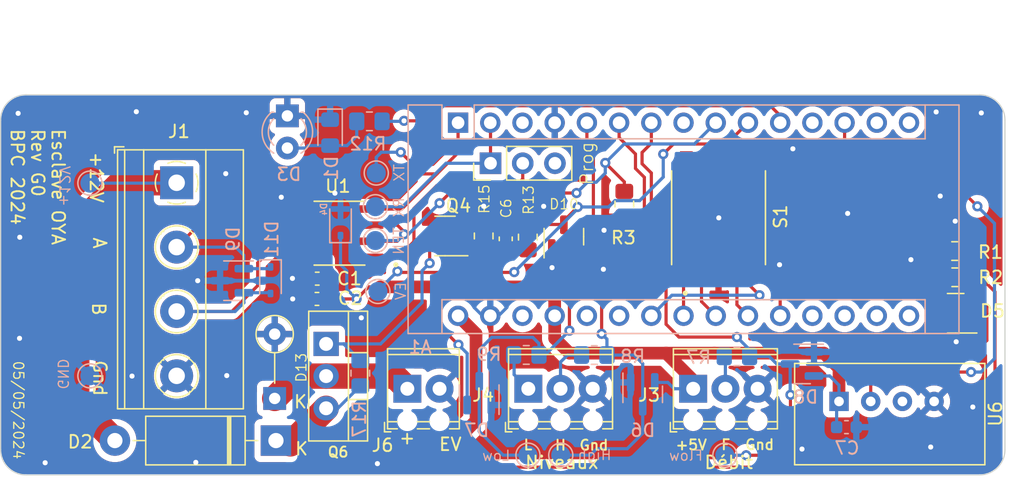
<source format=kicad_pcb>
(kicad_pcb (version 20221018) (generator pcbnew)
  (title_block (title "Carte de commande d'un OYA - Esclave RS485") (date "2024-05-05") (rev "G0") (company "BPC") (comment 1 "Technologie avec modules Arduino / Petite carte") (comment 2 "Monitoring de tension d'alimentation") (comment 3 "1 sortie 12V/5A - 2 entrées TOR (niveaux) - 1 débimètre - 1 LED - Temp - RS485"))
  (layers (0 "F.Cu" signal) (31 "B.Cu" signal) (34 "B.Paste" user) (35 "F.Paste" user) (36 "B.SilkS" user "B.Silkscreen") (37 "F.SilkS" user "F.Silkscreen") (38 "B.Mask" user) (39 "F.Mask" user) (44 "Edge.Cuts" user))
  (net 0 "")
  (net 1 "+5V")
  (net 2 "GND")
  (net 3 "A4")
  (net 4 "Net-(Q4-B)")
  (net 5 "RX")
  (net 6 "POWER_12V")
  (net 7 "Net-(D2-A)")
  (net 8 "TX_EN")
  (net 9 "TX")
  (net 10 "POW_MES")
  (net 11 "LVL_HIGH")
  (net 12 "LVL_LOW")
  (net 13 "FLOW")
  (net 14 "CMD_EV1")
  (net 15 "Net-(D13-K)")
  (net 16 "BUS_A")
  (net 17 "BUS_B")
  (net 18 "Net-(J3-Pin_2)")
  (net 19 "Net-(J4-Pin_1)")
  (net 20 "Net-(J4-Pin_2)")
  (net 21 "LED")
  (net 22 "Net-(Q4-C)")
  (net 23 "A1")
  (net 24 "A2")
  (net 25 "A3")
  (net 26 "TEMP")
  (net 28 "Net-(D1-A)")
  (net 41 "Net-(JP2-C)")
  (footprint "bpc:BPC_RDS-16S-74385-SMT" (layer "F.Cu") (at 170 96.5 90)
    (fp_text reference "S1")
    (fp_text value "RDS-16S-74385-SMT")
  )
  (footprint "Diode_THT:D_DO-15_P12.70mm_Horizontal" (layer "F.Cu") (at 135.1 114.09 180)
    (fp_text reference "D2")
    (fp_text value "SR560")
  )
  (footprint "Package_TO_SOT_THT:TO-220-3_Vertical" (layer "F.Cu") (at 139.055 106.46 -90)
    (fp_text reference "Q6")
    (fp_text value "P03P4L-04")
  )
  (footprint "Resistor_SMD:R_0805_2012Metric_Pad1.20x1.40mm_HandSolder" (layer "F.Cu") (at 154.96 98.03 -90)
    (fp_text reference "R13")
    (fp_text value "220")
  )
  (footprint "TerminalBlock_Phoenix:TerminalBlock_Phoenix_MKDS-1,5-4-5.08_1x04_P5.08mm_Horizontal" (layer "F.Cu") (at 127.27 93.74 -90)
    (fp_text reference "J1")
    (fp_text value "POWER")
  )
  (footprint "Connector_PinHeader_2.54mm:PinHeader_1x03_P2.54mm_Vertical" (layer "F.Cu") (at 152.02 92.2 90)
    (fp_text reference "JP2" hide)
    (fp_text value "Prog")
  )
  (footprint "Package_TO_SOT_SMD:SOT-23" (layer "F.Cu") (at 188.6975 104.04 180)
    (fp_text reference "D5")
    (fp_text value "BAV99")
  )
  (footprint "Capacitor_SMD:C_0603_1608Metric" (layer "F.Cu") (at 153.22 98.165 90)
    (fp_text reference "C6")
    (fp_text value "100nF")
  )
  (footprint "bpc:BPC_SOT-23-3" (layer "F.Cu") (at 148.4325 97.94 180)
    (fp_text reference "Q4")
    (fp_text value "BPC_FMMT38C")
  )
  (footprint "Package_TO_SOT_SMD:SOT-23" (layer "F.Cu") (at 157.8025 97.9925 90)
    (fp_text reference "D10")
    (fp_text value "BAV99")
  )
  (footprint "Capacitor_SMD:C_0603_1608Metric" (layer "F.Cu") (at 138.335 102.91)
    (fp_text reference "C2")
    (fp_text value "1nF")
  )
  (footprint "TerminalBlock_Phoenix:TerminalBlock_Phoenix_MPT-0,5-3-2.54_1x03_P2.54mm_Horizontal" (layer "F.Cu") (at 155 110)
    (fp_text reference "J4")
    (fp_text value "Niveaux")
  )
  (footprint "TerminalBlock_Phoenix:TerminalBlock_Phoenix_MPT-0,5-3-2.54_1x03_P2.54mm_Horizontal" (layer "F.Cu") (at 168 110)
    (fp_text reference "J3")
    (fp_text value "Débit")
  )
  (footprint "Resistor_SMD:R_0805_2012Metric_Pad1.20x1.40mm_HandSolder" (layer "F.Cu") (at 151.4805 97.938 90)
    (fp_text reference "R15")
    (fp_text value "100k")
  )
  (footprint "bpc:BPC_MAX485E_SOIC127P600X175-8N" (layer "F.Cu") (at 140.11 97.72 180)
    (fp_text reference "U1")
    (fp_text value "MAX485E")
  )
  (footprint "Resistor_SMD:R_0805_2012Metric_Pad1.20x1.40mm_HandSolder" (layer "F.Cu") (at 162.57 95.42 -90)
    (fp_text reference "R3")
    (fp_text value "100k")
  )
  (footprint "TerminalBlock_Phoenix:TerminalBlock_Phoenix_MPT-0,5-2-2.54_1x02_P2.54mm_Horizontal" (layer "F.Cu") (at 145.46 110)
    (fp_text reference "J6")
    (fp_text value "EV1")
  )
  (footprint "Capacitor_SMD:C_0603_1608Metric" (layer "F.Cu") (at 138.355 101.31)
    (fp_text reference "C1")
    (fp_text value "100nF")
  )
  (footprint "Diode_THT:D_A-405_P5.08mm_Vertical_KathodeUp" (layer "F.Cu") (at 135 110.765 90)
    (fp_text reference "D13")
    (fp_text value "1N4007G")
  )
  (footprint "bpc:BPC_DHT22" (layer "F.Cu") (at 179.5 111 90)
    (fp_text reference "U6")
    (fp_text value "BPC_DHT22")
  )
  (footprint "Resistor_SMD:R_0805_2012Metric_Pad1.20x1.40mm_HandSolder" (layer "F.Cu") (at 188.62 99.13 180)
    (fp_text reference "R1")
    (fp_text value "40k")
  )
  (footprint "Resistor_SMD:R_0805_2012Metric_Pad1.20x1.40mm_HandSolder" (layer "F.Cu") (at 188.63 101.2)
    (fp_text reference "R2")
    (fp_text value "100k")
  )
  (footprint "Diode_SMD:D_SOD-323" (layer "B.Cu") (at 134.67 101.43 -90)
    (fp_text reference "D11")
    (fp_text value "SD12_SOD323")
  )
  (footprint "Package_TO_SOT_SMD:SOT-23" (layer "B.Cu") (at 176.5875 108.04 180)
    (fp_text reference "D8")
    (fp_text value "BAV99")
  )
  (footprint "TestPoint:TestPoint_Pad_D1.5mm" (layer "B.Cu") (at 120.43 108.98 180)
    (fp_text reference "TP5" hide)
    (fp_text value "TestPoint")
  )
  (footprint "Resistor_SMD:R_0805_2012Metric_Pad1.20x1.40mm_HandSolder" (layer "B.Cu") (at 171.45 107.442)
    (fp_text reference "R7")
    (fp_text value "100")
  )
  (footprint "TestPoint:TestPoint_Pad_D1.5mm" (layer "B.Cu") (at 142.94 95.63 90)
    (fp_text reference "TP1" hide)
    (fp_text value "TestPoint")
  )
  (footprint "Package_TO_SOT_SMD:SOT-23" (layer "B.Cu") (at 151.13 110.3475 90)
    (fp_text reference "D7")
    (fp_text value "BAV99")
  )
  (footprint "Capacitor_SMD:C_0603_1608Metric" (layer "B.Cu") (at 180.086 113.03)
    (fp_text reference "C7")
    (fp_text value "1nF")
  )
  (footprint "LED_SMD:LED_0805_2012Metric_Pad1.15x1.40mm_HandSolder" (layer "B.Cu") (at 139.37 89.7825 -90)
    (fp_text reference "D1")
    (fp_text value "LED")
  )
  (footprint "Package_TO_SOT_SMD:SOT-23" (layer "B.Cu") (at 164.02 110.4375 -90)
    (fp_text reference "D6")
    (fp_text value "BAV99")
  )
  (footprint "LED_THT:LED_D3.0mm_FlatTop" (layer "B.Cu") (at 136 88.46 -90)
    (fp_text reference "D3")
    (fp_text value "LED")
  )
  (footprint "Package_TO_SOT_SMD:SOT-23" (layer "B.Cu") (at 131.6325 101.47 180)
    (fp_text reference "D9")
    (fp_text value "SM712_SOT23")
  )
  (footprint "TestPoint:TestPoint_Pad_D1.5mm" (layer "B.Cu") (at 143.14 102.32 90)
    (fp_text reference "TP15" hide)
    (fp_text value "TestPoint")
  )
  (footprint "TestPoint:TestPoint_Pad_D1.5mm" (layer "B.Cu") (at 157.56 115.24 90)
    (fp_text reference "TP12" hide)
    (fp_text value "TestPoint")
  )
  (footprint "bpc:BPC_Arduino_Nano" (layer "B.Cu") (at 149.46 89 -90)
    (fp_text reference "A1")
    (fp_text value "Arduino_Nano_v3.x")
  )
  (footprint "TestPoint:TestPoint_Pad_D1.5mm" (layer "B.Cu") (at 142.94 98.3 90)
    (fp_text reference "TP4" hide)
    (fp_text value "TestPoint")
  )
  (footprint "Resistor_SMD:R_0805_2012Metric_Pad1.20x1.40mm_HandSolder" (layer "B.Cu") (at 141.75 108.77 90)
    (fp_text reference "R17")
    (fp_text value "100k")
  )
  (footprint "TestPoint:TestPoint_Pad_D1.5mm" (layer "B.Cu") (at 170.5 115.25 180)
    (fp_text reference "TP11" hide)
    (fp_text value "TestPoint")
  )
  (footprint "Resistor_SMD:R_0805_2012Metric_Pad1.20x1.40mm_HandSolder" (layer "B.Cu") (at 142.47 88.89 180)
    (fp_text reference "R12")
    (fp_text value "220")
  )
  (footprint "TestPoint:TestPoint_Pad_D1.5mm" (layer "B.Cu") (at 120.43 93.77 180)
    (fp_text reference "TP2" hide)
    (fp_text value "TestPoint")
  )
  (footprint "Resistor_SMD:R_0805_2012Metric_Pad1.20x1.40mm_HandSolder" (layer "B.Cu") (at 154.84 107.33)
    (fp_text reference "R9")
    (fp_text value "100")
  )
  (footprint "Resistor_SMD:R_0805_2012Metric_Pad1.20x1.40mm_HandSolder" (layer "B.Cu") (at 160.2 107.34)
    (fp_text reference "R8")
    (fp_text value "100")
  )
  (footprint "TestPoint:TestPoint_Pad_D1.5mm" (layer "B.Cu") (at 154.97 115.24 90)
    (fp_text reference "TP13" hide)
    (fp_text value "TestPoint")
  )
  (footprint "TestPoint:TestPoint_Pad_D1.5mm" (layer "B.Cu") (at 143.01 92.97 180)
    (fp_text reference "TP3" hide)
    (fp_text value "TestPoint")
  )
  (footprint "Diode_SMD:D_SOD-323" (layer "B.Cu") (at 140.19 96.86 90)
    (fp_text reference "D4")
    (fp_text value "SD12_SOD323")
  )
  (gr_line locked (start 192.585786 114.8) (end 192.585786 88.8) (stroke (width 0.1)) (layer "Edge.Cuts"))
  (gr_arc locked (start 192.585786 114.8) (mid 192 116.214214) (end 190.585786 116.8) (stroke (width 0.1)) (layer "Edge.Cuts"))
  (gr_arc locked (start 115.39 116.8) (mid 113.975786 116.214214) (end 113.39 114.8) (stroke (width 0.1)) (layer "Edge.Cuts"))
  (gr_arc locked (start 113.39 88.8) (mid 113.975786 87.385786) (end 115.39 86.8) (stroke (width 0.1)) (layer "Edge.Cuts"))
  (gr_line locked (start 190.585786 86.8) (end 115.39 86.8) (stroke (width 0.1)) (layer "Edge.Cuts"))
  (gr_line locked (start 115.39 116.8) (end 190.585786 116.8) (stroke (width 0.1)) (layer "Edge.Cuts"))
  (gr_line locked (start 113.39 88.8) (end 113.39 114.8) (stroke (width 0.1)) (layer "Edge.Cuts"))
  (gr_arc locked (start 190.585786 86.8) (mid 192 87.385786) (end 192.585786 88.8) (stroke (width 0.1)) (layer "Edge.Cuts"))
  (gr_text "TX" (at 145.288 92.202 90) (layer "B.SilkS") (effects (font (size 0.8 0.8) (thickness 0.1)) (justify left bottom mirror)))
  (gr_text "EV" (at 145.41 101.52 90) (layer "B.SilkS") (effects (font (size 0.8 0.8) (thickness 0.1)) (justify left bottom mirror)))
  (gr_text "Flow" (at 168.83 115.74) (layer "B.SilkS") (effects (font (size 0.8 0.8) (thickness 0.1)) (justify left bottom mirror)))
  (gr_text "TEN" (at 145.25 97.18 90) (layer "B.SilkS") (effects (font (size 0.8 0.8) (thickness 0.1)) (justify left bottom mirror)))
  (gr_text "+12V" (at 117.96 95.68 -90) (layer "B.SilkS") (effects (font (size 0.8 0.8) (thickness 0.1)) (justify left bottom mirror)))
  (gr_text "Low" (at 153.64 115.75) (layer "B.SilkS") (effects (font (size 0.8 0.8) (thickness 0.1)) (justify left bottom mirror)))
  (gr_text "GND" (at 117.83 110.12 -90) (layer "B.SilkS") (effects (font (size 0.8 0.8) (thickness 0.1)) (justify left bottom mirror)))
  (gr_text "High" (at 161.62 115.69) (layer "B.SilkS") (effects (font (size 0.8 0.8) (thickness 0.1)) (justify left bottom mirror)))
  (gr_text "RX" (at 145.26 94.83 90) (layer "B.SilkS") (effects (font (size 0.8 0.8) (thickness 0.1)) (justify left bottom mirror)))
  (gr_text "A" (at 120.61 97.97 270) (layer "F.SilkS") (effects (font (size 1 1)) (justify left bottom)))
  (gr_text "L" (at 154.55 114.9) (layer "F.SilkS") (effects (font (size 0.8 0.8)) (justify left bottom)))
  (gr_text "Gnd" (at 120.63 107.66 -90) (layer "F.SilkS") (effects (font (size 1 1)) (justify left bottom)))
  (gr_text "05/05/2024" (at 114.32 107.73 270) (layer "F.SilkS") (effects (font (size 0.8 0.8) (thickness 0.1)) (justify left bottom)))
  (gr_text "Niveaux" (at 154.66 116.4) (layer "F.SilkS") (effects (font (size 1 1)) (justify left bottom)))
  (gr_text "Prog" (at 160.2 94 90) (layer "F.SilkS") (effects (font (size 1 1) (thickness 0.1)) (justify left bottom)))
  (gr_text "B" (at 120.54 103.11 270) (layer "F.SilkS") (effects (font (size 1 1)) (justify left bottom)))
  (gr_text "+12V" (at 120.36 91.22 270) (layer "F.SilkS") (effects (font (size 1 1)) (justify left bottom)))
  (gr_text "Gnd" (at 172.02 114.88) (layer "F.SilkS") (effects (font (size 0.8 0.8)) (justify left bottom)))
  (gr_text "Esclave OYA\nRev G0\nBPC 2024" (at 114.12 89.4 270) (layer "F.SilkS") (effects (font (size 1 1)) (justify left bottom)))
  (gr_text "F" (at 170.13 114.89) (layer "F.SilkS") (effects (font (size 0.8 0.8)) (justify left bottom)))
  (gr_text "EV" (at 147.87 114.97) (layer "F.SilkS") (effects (font (size 1 1)) (justify left bottom)))
  (gr_text "+" (at 144.73 114.45) (layer "F.SilkS") (effects (font (size 1 1)) (justify left bottom)))
  (gr_text "Gnd" (at 158.95 114.92) (layer "F.SilkS") (effects (font (size 0.8 0.8)) (justify left bottom)))
  (gr_text "Débit" (at 168.8 116.4) (layer "F.SilkS") (effects (font (size 1 1)) (justify left bottom)))
  (gr_text "H" (at 157.02 114.92) (layer "F.SilkS") (effects (font (size 0.8 0.8)) (justify left bottom)))
  (gr_text "+5V" (at 166.53 114.9) (layer "F.SilkS") (effects (font (size 0.8 0.8)) (justify left bottom)))
  (segment (start 139.13 101.31) (end 139.13 99.875) (width 0.25) (layer "F.Cu") (net 1))
  (segment (start 148.86 101.96) (end 143.31 101.96) (width 1) (layer "F.Cu") (net 1))
  (segment (start 139.11 101.33) (end 139.13 101.31) (width 0.25) (layer "F.Cu") (net 1))
  (segment (start 190.152 107.188) (end 191.16 106.18) (width 0.25) (layer "F.Cu") (net 1))
  (segment (start 168 109.326) (end 165.862 107.188) (width 1) (layer "F.Cu") (net 1))
  (segment (start 139.11 102.91) (end 139.11 101.33) (width 0.25) (layer "F.Cu") (net 1))
  (segment (start 137.635 99.625) (end 138.88 99.625) (width 0.25) (layer "F.Cu") (net 1))
  (segment (start 178.308 107.188) (end 179.5 108.38) (width 1) (layer "F.Cu") (net 1))
  (segment (start 147.62 104.67) (end 147.62 103.2) (width 0.25) (layer "F.Cu") (net 1))
  (segment (start 157.08 104.24) (end 157.08 102.89) (width 1) (layer "F.Cu") (net 1))
  (segment (start 149.49 106.52) (end 149.47 106.52) (width 0.25) (layer "F.Cu") (net 1))
  (segment (start 149.47 106.52) (end 147.62 104.67) (width 0.25) (layer "F.Cu") (net 1))
  (segment (start 139.11 102.91) (end 141.46 102.91) (width 0.25) (layer "F.Cu") (net 1))
  (segment (start 190.76 103.09) (end 189.635 103.09) (width 0.25) (layer "F.Cu") (net 1))
  (segment (start 158.7525 100.0675) (end 157.08 101.74) (width 0.25) (layer "F.Cu") (net 1))
  (segment (start 180.692 107.188) (end 190.152 107.188) (width 0.25) (layer "F.Cu") (net 1))
  (segment (start 169.672 107.188) (end 178.308 107.188) (width 1) (layer "F.Cu") (net 1))
  (segment (start 179.5 108.38) (end 180.692 107.188) (width 0.25) (layer "F.Cu") (net 1))
  (segment (start 158.7525 98.93) (end 158.7525 100.0675) (width 0.25) (layer "F.Cu") (net 1))
  (segment (start 165.862 107.188) (end 169.672 107.188) (width 1) (layer "F.Cu") (net 1))
  (segment (start 191.16 106.18) (end 191.16 103.49) (width 0.25) (layer "F.Cu") (net 1))
  (segment (start 157.08 106.026) (end 157.08 104.24) (width 1) (layer "F.Cu") (net 1))
  (segment (start 168 110) (end 168 109.326) (width 1) (layer "F.Cu") (net 1))
  (segment (start 141.46 102.91) (end 142.41 101.96) (width 0.25) (layer "F.Cu") (net 1))
  (segment (start 147.62 103.2) (end 148.86 101.96) (width 0.25) (layer "F.Cu") (net 1))
  (segment (start 156.15 101.96) (end 148.86 101.96) (width 1) (layer "F.Cu") (net 1))
  (segment (start 179.5 108.38) (end 179.5 111) (width 1) (layer "F.Cu") (net 1))
  (segment (start 157.08 101.74) (end 157.08 102.89) (width 0.25) (layer "F.Cu") (net 1))
  (segment (start 165.862 107.188) (end 158.242 107.188) (width 1) (layer "F.Cu") (net 1))
  (segment (start 191.16 103.49) (end 190.76 103.09) (width 0.25) (layer "F.Cu") (net 1))
  (segment (start 158.242 107.188) (end 157.08 106.026) (width 1) (layer "F.Cu") (net 1))
  (segment (start 139.13 99.875) (end 138.88 99.625) (width 0.25) (layer "F.Cu") (net 1))
  (segment (start 142.41 101.96) (end 143.31 101.96) (width 0.25) (layer "F.Cu") (net 1))
  (segment (start 157.08 102.89) (end 156.15 101.96) (width 1) (layer "F.Cu") (net 1))
  (via (at 149.49 106.52) (size 0.8) (drill 0.4) (layers "F.Cu" "B.Cu") (net 1))
  (via (at 141.46 102.91) (size 0.8) (drill 0.4) (layers "F.Cu" "B.Cu") (net 1))
  (segment (start 140.685 102.135) (end 140.685 100.695) (width 0.25) (layer "B.Cu") (net 1))
  (segment (start 166 109.5) (end 166.5 110) (width 0.25) (layer "B.Cu") (net 1))
  (segment (start 164.97 109.5) (end 166 109.5) (width 0.25) (layer "B.Cu") (net 1))
  (segment (start 178.77 108.99) (end 179.5 109.72) (width 0.25) (layer "B.Cu") (net 1))
  (segment (start 140.685 100.695) (end 140.19 100.2) (width 0.25) (layer "B.Cu") (net 1))
  (segment (start 166.5 110) (end 168 110) (width 0.25) (layer "B.Cu") (net 1))
  (segment (start 179.311 111.189) (end 179.5 111) (width 0.25) (layer "B.Cu") (net 1))
  (segment (start 179.5 109.72) (end 179.5 111) (width 0.25) (layer "B.Cu") (net 1))
  (segment (start 177.525 108.99) (end 178.77 108.99) (width 0.25) (layer "B.Cu") (net 1))
  (segment (start 140.685 102.135) (end 141.46 102.91) (width 0.25) (layer "B.Cu") (net 1))
  (segment (start 150.18 111.285) (end 150.18 107.21) (width 0.25) (layer "B.Cu") (net 1))
  (segment (start 140.19 97.91) (end 140.19 100.2) (width 0.25) (layer "B.Cu") (net 1))
  (segment (start 179.311 113.03) (end 179.311 111.189) (width 0.25) (layer "B.Cu") (net 1))
  (segment (start 150.18 107.21) (end 149.49 106.52) (width 0.25) (layer "B.Cu") (net 1))
  (segment (start 170 100.25) (end 170 96.53) (width 0.25) (layer "F.Cu") (net 2))
  (segment (start 170 96.53) (end 170.02 96.51) (width 0.25) (layer "F.Cu") (net 2))
  (segment (start 137.56 102.91) (end 136.42 102.91) (width 0.25) (layer "F.Cu") (net 2))
  (segment (start 162.04 96.42) (end 160.97 97.49) (width 0.25) (layer "F.Cu") (net 2))
  (segment (start 189.635 104.99) (end 189.635 105.395) (width 0.25) (layer "F.Cu") (net 2))
  (segment (start 137.58 101.31) (end 136.42 101.31) (width 0.25) (layer "F.Cu") (net 2))
  (segment (start 149.57 96.99) (end 151.4285 96.99) (width 0.25) (layer "F.Cu") (net 2))
  (segment (start 136.455 95.815) (end 135.52 94.88) (width 0.25) (layer "F.Cu") (net 2))
  (segment (start 151.4285 96.99) (end 151.4805 96.938) (width 0.25) (layer "F.Cu") (net 2))
  (segment (start 170 92.75) (end 170 96.49) (width 0.25) (layer "F.Cu") (net 2))
  (segment (start 151.4805 96.938) (end 151.4805 95.5905) (width 0.25) (layer "F.Cu") (net 2))
  (segment (start 136.42 101.31) (end 136.4 101.29) (width 0.25) (layer "F.Cu") (net 2))
  (segment (start 151.4805 95.5905) (end 151.48 95.59) (width 0.25) (layer "F.Cu") (net 2))
  (segment (start 162.57 96.42) (end 162.04 96.42) (width 0.25) (layer "F.Cu") (net 2))
  (segment (start 189.635 105.395) (end 188.74 106.29) (width 0.25) (layer "F.Cu") (net 2))
  (segment (start 137.635 95.815) (end 136.455 95.815) (width 0.25) (layer "F.Cu") (net 2))
  (segment (start 189.62 97.73) (end 188.66 96.77) (width 0.25) (layer "F.Cu") (net 2))
  (segment (start 156.8525 100.4225) (end 156.87 100.44) (width 0.25) (layer "F.Cu") (net 2))
  (segment (start 189.62 99.13) (end 189.62 97.73) (width 0.25) (layer "F.Cu") (net 2))
  (segment (start 170 96.49) (end 170.02 96.51) (width 0.25) (layer "F.Cu") (net 2))
  (segment (start 156.8525 98.93) (end 156.8525 100.4225) (width 0.25) (layer "F.Cu") (net 2))
  (via (at 141.83 104.4) (size 0.8) (drill 0.4) (layers "F.Cu" "B.Cu") (net 2))
  (via (at 188.74 106.29) (size 0.8) (drill 0.4) (layers "F.Cu" "B.Cu") (net 2))
  (via (at 114.9 98.04) (size 0.8) (drill 0.4) (layers "F.Cu" "B.Cu") (net 2))
  (via (at 180.18 96.16) (size 0.8) (drill 0.4) (layers "F.Cu" "B.Cu") (net 2))
  (via (at 128.93 101.47) (size 0.8) (drill 0.4) (layers "F.Cu" "B.Cu") (net 2))
  (via (at 185.17 99.81) (size 0.8) (drill 0.4) (layers "F.Cu" "B.Cu") (net 2))
  (via (at 135.52 94.88) (size 0.8) (drill 0.4) (layers "F.Cu" "B.Cu") (net 2))
  (via (at 190.72 88.23) (size 0.8) (drill 0.4) (layers "F.Cu" "B.Cu") (net 2))
  (via (at 139.75 94.56) (size 0.8) (drill 0.4) (layers "F.Cu" "B.Cu") (net 2))
  (via (at 124.09 88.13) (size 0.8) (drill 0.4) (layers "F.Cu" "B.Cu") (net 2))
  (via (at 187.48 94.79) (size 0.8) (drill 0.4) (layers "F.Cu" "B.Cu") (net 2))
  (via (at 187.16 88.15) (size 0.8) (drill 0.4) (layers "F.Cu" "B.Cu") (net 2))
  (via (at 174.81 100.21) (size 0.8) (drill 0.4) (layers "F.Cu" "B.Cu") (net 2))
  (via (at 128.78 115.81) (size 0.8) (drill 0.4) (layers "F.Cu" "B.Cu") (net 2))
  (via (at 131.22 108.96) (size 0.8) (drill 0.4) (layers "F.Cu" "B.Cu") (net 2))
  (via (at 116.9 115.84) (size 0.8) (drill 0.4) (layers "F.Cu" "B.Cu") (net 2))
  (via (at 114.77 88.26) (size 0.8) (drill 0.4) (layers "F.Cu" "B.Cu") (net 2))
  (via (at 136.4 101.29) (size 0.8) (drill 0.4) (layers "F.Cu" "B.Cu") (net 2))
  (via (at 132.76 88.21) (size 0.8) (drill 0.4) (layers "F.Cu" "B.Cu") (net 2))
  (via (at 170.02 96.51) (size 0.8) (drill 0.4) (layers "F.Cu" "B.Cu") (net 2))
  (via (at 188.66 96.77) (size 0.8) (drill 0.4) (layers "F.Cu" "B.Cu") (net 2))
  (via (at 156.21 95.6) (size 0.8) (drill 0.4) (layers "F.Cu" "B.Cu") (net 2))
  (via (at 186.73 114.6) (size 0.8) (drill 0.4) (layers "F.Cu" "B.Cu") (net 2))
  (via (at 160.97 97.49) (size 0.8) (drill 0.4) (layers "F.Cu" "B.Cu") (net 2))
  (via (at 114.88 106.02) (size 0.8) (drill 0.4) (layers "F.Cu" "B.Cu") (net 2))
  (via (at 136.42 102.91) (size 0.8) (drill 0.4) (layers "F.Cu" "B.Cu") (net 2))
  (via (at 143.1 115.91) (size 0.8) (drill 0.4) (layers "F.Cu" "B.Cu") (net 2))
  (via (at 123.75 109) (size 0.8) (drill 0.4) (layers "F.Cu" "B.Cu") (net 2))
  (via (at 176.58 114.76) (size 0.8) (drill 0.4) (layers "F.Cu" "B.Cu") (net 2))
  (via (at 131.14 93.02) (size 0.8) (drill 0.4) (layers "F.Cu" "B.Cu") (net 2))
  (via (at 151.48 95.59) (size 0.8) (drill 0.4) (layers "F.Cu" "B.Cu") (net 2))
  (via (at 156.87 100.44) (size 0.8) (drill 0.4) (layers "F.Cu" "B.Cu") (net 2))
  (via (at 175.86 91.06) (size 0.8) (drill 0.4) (layers "F.Cu" "B.Cu") (net 2))
  (via (at 160.92 100.57) (size 0.8) (drill 0.4) (layers "F.Cu" "B.Cu") (net 2))
  (via (at 190.05 111.44) (size 0.8) (drill 0.4) (layers "F.Cu" "B.Cu") (net 2))
  (segment (start 152 104.24) (end 152.65 104.24) (width 0.25) (layer "B.Cu") (net 2))
  (segment (start 130.695 101.47) (end 128.93 101.47) (width 0.25) (layer "B.Cu") (net 2))
  (segment (start 152.65 104.24) (end 153.32 103.57) (width 0.25) (layer "B.Cu") (net 2))
  (segment (start 140.19 95) (end 139.75 94.56) (width 0.25) (layer "B.Cu") (net 2))
  (segment (start 152 104.24) (end 151.39 104.24) (width 0.25) (layer "B.Cu") (net 2))
  (segment (start 140.19 95.81) (end 140.19 95) (width 0.25) (layer "B.Cu") (net 2))
  (segment (start 151.39 104.24) (end 150.75 103.6) (width 0.25) (layer "B.Cu") (net 2))
  (segment (start 167.46 92.75) (end 167.46 95.832) (width 0.25) (layer "F.Cu") (net 3))
  (segment (start 168.656 103.116) (end 169.78 104.24) (width 0.25) (layer "F.Cu") (net 3))
  (segment (start 167.46 95.832) (end 168.656 97.028) (width 0.25) (layer "F.Cu") (net 3))
  (segment (start 168.656 97.028) (end 168.656 103.116) (width 0.25) (layer "F.Cu") (net 3))
  (segment (start 151.4325 98.89) (end 151.4805 98.938) (width 0.25) (layer "F.Cu") (net 4))
  (segment (start 153.22 98.94) (end 151.4825 98.94) (width 0.25) (layer "F.Cu") (net 4))
  (segment (start 153.22 98.94) (end 154.87 98.94) (width 0.25) (layer "F.Cu") (net 4))
  (segment (start 149.57 98.89) (end 151.4325 98.89) (width 0.25) (layer "F.Cu") (net 4))
  (segment (start 151.4825 98.94) (end 151.4805 98.938) (width 0.25) (layer "F.Cu") (net 4))
  (segment (start 152.02 92.2) (end 152.02 89.02) (width 0.25) (layer "F.Cu") (net 5))
  (segment (start 152.02 89.02) (end 152 89) (width 0.25) (layer "F.Cu") (net 5))
  (segment (start 152.02 92.2) (end 148.51 92.2) (width 0.25) (layer "B.Cu") (net 5))
  (segment (start 142.94 95.63) (end 145.08 95.63) (width 0.25) (layer "B.Cu") (net 5))
  (segment (start 148.51 92.2) (end 145.08 95.63) (width 0.25) (layer "B.Cu") (net 5))
  (segment (start 190.65 101.2) (end 191.8 102.35) (width 0.25) (layer "F.Cu") (net 6))
  (segment (start 149.098 114.35) (end 150.318 115.57) (width 0.25) (layer "F.Cu") (net 6))
  (segment (start 149.46 104.24) (end 150.876 105.656) (width 1) (layer "F.Cu") (net 6))
  (segment (start 150.876 105.656) (end 150.876 112.522) (width 1) (layer "F.Cu") (net 6))
  (segment (start 191.8 111.99) (end 190.94 112.85) (width 0.25) (layer "F.Cu") (net 6))
  (segment (start 149.098 114.35) (end 136.245 114.35) (width 1) (layer "F.Cu") (net 6))
  (segment (start 171.67 116.19) (end 187.6 116.19) (width 0.25) (layer "F.Cu") (net 6))
  (segment (start 189.63 101.2) (end 190.65 101.2) (width 0.25) (layer "F.Cu") (net 6))
  (segment (start 150.318 115.57) (end 150.938 116.19) (width 0.25) (layer "F.Cu") (net 6))
  (segment (start 149.098 114.35) (end 149.098 114.3) (width 1) (layer "F.Cu") (net 6))
  (segment (start 187.6 116.19) (end 190.94 112.85) (width 0.25) (layer "F.Cu") (net 6))
  (segment (start 191.8 102.35) (end 191.8 111.99) (width 0.25) (layer "F.Cu") (net 6))
  (segment (start 149.098 114.3) (end 150.876 112.522) (width 1) (layer "F.Cu") (net 6))
  (segment (start 136.245 114.35) (end 139.055 111.54) (width 2) (layer "F.Cu") (net 6))
  (segment (start 150.938 116.19) (end 171.67 116.19) (width 0.25) (layer "F.Cu") (net 6))
  (segment (start 139.98 111.54) (end 141.75 109.77) (width 0.25) (layer "B.Cu") (net 6))
  (segment (start 139.055 111.54) (end 139.98 111.54) (width 0.25) (layer "B.Cu") (net 6))
  (segment (start 119.39 111.08) (end 122.4 114.09) (width 2) (layer "F.Cu") (net 7))
  (segment (start 127.27 93.74) (end 122.84 93.74) (width 2) (layer "F.Cu") (net 7))
  (segment (start 119.39 97.19) (end 119.39 111.08) (width 2) (layer "F.Cu") (net 7))
  (segment (start 122.84 93.74) (end 119.39 97.19) (width 2) (layer "F.Cu") (net 7))
  (segment (start 127.24 93.77) (end 127.27 93.74) (width 0.25) (layer "B.Cu") (net 7))
  (segment (start 120.43 93.77) (end 127.24 93.77) (width 0.25) (layer "B.Cu") (net 7))
  (segment (start 142.585 98.355) (end 144.655 98.355) (width 0.25) (layer "F.Cu") (net 8))
  (segment (start 145.3 97.71) (end 144.675 97.085) (width 0.25) (layer "F.Cu") (net 8))
  (segment (start 162.57 94.42) (end 162.57 93.67) (width 0.25) (layer "F.Cu") (net 8))
  (segment (start 145.205 97.805) (end 145.3 97.71) (width 0.25) (layer "F.Cu") (net 8))
  (segment (start 158.8 94.55) (end 148.8 94.55) (width 0.25) (layer "F.Cu") (net 8))
  (segment (start 144.675 97.085) (end 142.585 97.085) (width 0.25) (layer "F.Cu") (net 8))
  (segment (start 144.655 98.355) (end 145.205 97.805) (width 0.25) (layer "F.Cu") (net 8))
  (segment (start 162.57 93.67) (end 161.069 92.169) (width 0.25) (layer "F.Cu") (net 8))
  (segment (start 148.8 94.55) (end 148 95.35) (width 0.25) (layer "F.Cu") (net 8))
  (via (at 158.8 94.55) (size 0.8) (drill 0.4) (layers "F.Cu" "B.Cu") (net 8))
  (via (at 145.205 97.805) (size 0.8) (drill 0.4) (layers "F.Cu" "B.Cu") (net 8))
  (via (at 161.069 92.169) (size 0.8) (drill 0.4) (layers "F.Cu" "B.Cu") (net 8))
  (via (at 148 95.35) (size 0.8) (drill 0.4) (layers "F.Cu" "B.Cu") (net 8))
  (segment (start 145.545 97.805) (end 148 95.35) (width 0.25) (layer "B.Cu") (net 8))
  (segment (start 145.205 97.805) (end 145.545 97.805) (width 0.25) (layer "B.Cu") (net 8))
  (segment (start 160.348 93.701) (end 161.069 92.98) (width 0.25) (layer "B.Cu") (net 8))
  (segment (start 142.94 98.3) (end 144.71 98.3) (width 0.25) (layer "B.Cu") (net 8))
  (segment (start 161.069 92.98) (end 161.069 92.169) (width 0.25) (layer "B.Cu") (net 8))
  (segment (start 168.102 90.678) (end 162.56 90.678) (width 0.25) (layer "B.Cu") (net 8))
  (segment (start 169.78 89) (end 168.102 90.678) (width 0.25) (layer "B.Cu") (net 8))
  (segment (start 144.71 98.3) (end 145.205 97.805) (width 0.25) (layer "B.Cu") (net 8))
  (segment (start 158.8 94.55) (end 159.649 93.701) (width 0.25) (layer "B.Cu") (net 8))
  (segment (start 159.649 93.701) (end 160.348 93.701) (width 0.25) (layer "B.Cu") (net 8))
  (segment (start 162.56 90.678) (end 161.069 92.169) (width 0.25) (layer "B.Cu") (net 8))
  (segment (start 145.015 95.815) (end 147.79 93.04) (width 0.25) (layer "F.Cu") (net 9))
  (segment (start 147.79 93.04) (end 149.46 91.37) (width 0.25) (layer "F.Cu") (net 9))
  (segment (start 142.585 95.815) (end 145.015 95.815) (width 0.25) (layer "F.Cu") (net 9))
  (segment (start 147.79 93.04) (end 146.65 93.04) (width 0.25) (layer "F.Cu") (net 9))
  (segment (start 146.65 93.04) (end 144.94 91.33) (width 0.25) (layer "F.Cu") (net 9))
  (segment (start 149.46 91.37) (end 149.46 89) (width 0.25) (layer "F.Cu") (net 9))
  (via (at 144.94 91.33) (size 0.8) (drill 0.4) (layers "F.Cu" "B.Cu") (net 9))
  (segment (start 143.01 91.73) (end 143.01 92.97) (width 0.25) (layer "B.Cu") (net 9))
  (segment (start 144.94 91.33) (end 143.41 91.33) (width 0.25) (layer "B.Cu") (net 9))
  (segment (start 143.41 91.33) (end 143.01 91.73) (width 0.25) (layer "B.Cu") (net 9))
  (segment (start 185.21 101.53) (end 175.838 101.53) (width 0.25) (layer "F.Cu") (net 10))
  (segment (start 185.54 101.2) (end 185.21 101.53) (width 0.25) (layer "F.Cu") (net 10))
  (segment (start 187.76 104.04) (end 187.76 102.6) (width 0.25) (layer "F.Cu") (net 10))
  (segment (start 187.62 101.19) (end 187.63 101.2) (width 0.25) (layer "F.Cu") (net 10))
  (segment (start 187.63 101.2) (end 187.63 102.47) (width 0.25) (layer "F.Cu") (net 10))
  (segment (start 187.63 101.2) (end 185.54 101.2) (width 0.25) (layer "F.Cu") (net 10))
  (segment (start 175.838 101.53) (end 174.86 102.508) (width 0.25) (layer "F.Cu") (net 10))
  (segment (start 174.86 102.508) (end 174.86 104.24) (width 0.25) (layer "F.Cu") (net 10))
  (segment (start 187.62 99.13) (end 187.62 101.19) (width 0.25) (layer "F.Cu") (net 10))
  (segment (start 187.63 102.47) (end 187.76 102.6) (width 0.25) (layer "F.Cu") (net 10))
  (segment (start 164.15 93.31) (end 164.15 99.872) (width 0.25) (layer "F.Cu") (net 11))
  (segment (start 162.16 90.18) (end 162.16 89) (width 0.25) (layer "F.Cu") (net 11))
  (segment (start 164.15 99.872) (end 160.782 103.24) (width 0.25) (layer "F.Cu") (net 11))
  (segment (start 163.45 92.61) (end 164.15 93.31) (width 0.25) (layer "F.Cu") (net 11))
  (segment (start 163.45 92.61) (end 163.45 91.47) (width 0.25) (layer "F.Cu") (net 11))
  (segment (start 160.782 103.24) (end 160.782 105.664) (width 0.25) (layer "F.Cu") (net 11))
  (segment (start 163.45 91.47) (end 162.16 90.18) (width 0.25) (layer "F.Cu") (net 11))
  (via (at 160.782 105.664) (size 0.8) (drill 0.4) (layers "F.Cu" "B.Cu") (net 11))
  (segment (start 159.89 115.24) (end 160.4 114.73) (width 0.25) (layer "B.Cu") (net 11))
  (segment (start 164.02 111.375) (end 164.02 108.02) (width 0.25) (layer "B.Cu") (net 11))
  (segment (start 164.02 111.375) (end 164.02 113.51) (width 0.25) (layer "B.Cu") (net 11))
  (segment (start 157.56 115.24) (end 159.89 115.24) (width 0.25) (layer "B.Cu") (net 11))
  (segment (start 161.2 106.082) (end 160.782 105.664) (width 0.25) (layer "B.Cu") (net 11))
  (segment (start 161.2 107.34) (end 161.2 106.082) (width 0.25) (layer "B.Cu") (net 11))
  (segment (start 164.02 113.51) (end 162.8 114.73) (width 0.25) (layer "B.Cu") (net 11))
  (segment (start 163.34 107.34) (end 161.2 107.34) (width 0.25) (layer "B.Cu") (net 11))
  (segment (start 162.8 114.73) (end 160.4 114.73) (width 0.25) (layer "B.Cu") (net 11))
  (segment (start 164.02 108.02) (end 163.34 107.34) (width 0.25) (layer "B.Cu") (net 11))
  (segment (start 159.62 90.89) (end 160.13 91.4) (width 0.25) (layer "F.Cu") (net 12))
  (segment (start 160.13 99.87) (end 158.242 101.758) (width 0.25) (layer "F.Cu") (net 12))
  (segment (start 159.62 89) (end 159.62 90.89) (width 0.25) (layer "F.Cu") (net 12))
  (segment (start 160.13 91.4) (end 160.13 99.87) (width 0.25) (layer "F.Cu") (net 12))
  (segment (start 158.242 101.758) (end 158.242 105.41) (width 0.25) (layer "F.Cu") (net 12))
  (via (at 158.242 105.41) (size 0.8) (drill 0.4) (layers "F.Cu" "B.Cu") (net 12))
  (segment (start 154.97 115.24) (end 153.01 115.24) (width 0.25) (layer "B.Cu") (net 12))
  (segment (start 151.13 113.36) (end 151.13 109.41) (width 0.25) (layer "B.Cu") (net 12))
  (segment (start 156.322 107.33) (end 158.242 105.41) (width 0.25) (layer "B.Cu") (net 12))
  (segment (start 155.84 107.33) (end 156.322 107.33) (width 0.25) (layer "B.Cu") (net 12))
  (segment (start 151.13 109.41) (end 151.13 106.93) (width 0.25) (layer "B.Cu") (net 12))
  (segment (start 155.35 105.94) (end 155.84 106.43) (width 0.25) (layer "B.Cu") (net 12))
  (segment (start 155.84 106.43) (end 155.84 107.33) (width 0.25) (layer "B.Cu") (net 12))
  (segment (start 151.13 106.93) (end 152.12 105.94) (width 0.25) (layer "B.Cu") (net 12))
  (segment (start 152.12 105.94) (end 155.35 105.94) (width 0.25) (layer "B.Cu") (net 12))
  (segment (start 153.01 115.24) (end 151.13 113.36) (width 0.25) (layer "B.Cu") (net 12))
  (segment (start 164.7 92.97) (end 164.7 99.93) (width 0.25) (layer "F.Cu") (net 13))
  (segment (start 164.7 89) (end 164.7 90.62) (width 0.25) (layer "F.Cu") (net 13))
  (segment (start 164.7 90.62) (end 163.97 91.35) (width 0.25) (layer "F.Cu") (net 13))
  (segment (start 175.67 113.128) (end 173.548 115.25) (width 0.25) (layer "F.Cu") (net 13))
  (segment (start 172.18 115.25) (end 173.548 115.25) (width 0.25) (layer "F.Cu") (net 13))
  (segment (start 165.862 104.902) (end 166.878 105.918) (width 0.25) (layer "F.Cu") (net 13))
  (segment (start 166.878 105.918) (end 171.45 105.918) (width 0.25) (layer "F.Cu") (net 13))
  (segment (start 163.97 92.24) (end 164.7 92.97) (width 0.25) (layer "F.Cu") (net 13))
  (segment (start 163.97 91.35) (end 163.97 92.24) (width 0.25) (layer "F.Cu") (net 13))
  (segment (start 165.862 101.092) (end 165.862 104.902) (width 0.25) (layer "F.Cu") (net 13))
  (segment (start 164.7 99.93) (end 165.862 101.092) (width 0.25) (layer "F.Cu") (net 13))
  (segment (start 175.67 110.48) (end 175.67 113.128) (width 0.25) (layer "F.Cu") (net 13))
  (via (at 175.67 110.48) (size 0.8) (drill 0.4) (layers "F.Cu" "B.Cu") (net 13))
  (via (at 171.45 105.918) (size 0.8) (drill 0.4) (layers "F.Cu" "B.Cu") (net 13))
  (via (at 172.18 115.25) (size 0.8) (drill 0.4) (layers "F.Cu" "B.Cu") (net 13))
  (segment (start 172.45 107.442) (end 172.45 106.918) (width 0.25) (layer "B.Cu") (net 13))
  (segment (start 170.5 115.25) (end 172.18 115.25) (width 0.25) (layer "B.Cu") (net 13))
  (segment (start 175.65 108.04) (end 174.588 108.04) (width 0.25) (layer "B.Cu") (net 13))
  (segment (start 172.45 107.442) (end 173.99 107.442) (width 0.25) (layer "B.Cu") (net 13))
  (segment (start 174.588 108.04) (end 173.99 107.442) (width 0.25) (layer "B.Cu") (net 13))
  (segment (start 175.65 110.46) (end 175.67 110.48) (width 0.25) (layer "B.Cu") (net 13))
  (segment (start 175.65 108.04) (end 175.65 110.46) (width 0.25) (layer "B.Cu") (net 13))
  (segment (start 172.45 106.918) (end 171.45 105.918) (width 0.25) (layer "B.Cu") (net 13))
  (segment (start 172.32 89) (end 170.82 90.5) (width 0.25) (layer "F.Cu") (net 14))
  (segment (start 170.82 90.5) (end 170.64 90.68) (width 0.25) (layer "F.Cu") (net 14))
  (segment (start 170.64 90.68) (end 166.44 90.68) (width 0.25) (layer "F.Cu") (net 14))
  (segment (start 144.765 100.815) (end 153.865 100.815) (width 0.25) (layer "F.Cu") (net 14))
  (segment (start 154.96 97.03) (end 157.7775 97.03) (width 0.25) (layer "F.Cu") (net 14))
  (segment (start 157.8025 96.743) (end 158.8955 95.65) (width 0.25) (layer "F.Cu") (net 14))
  (segment (start 153.865 100.815) (end 153.89 100.79) (width 0.25) (layer "F.Cu") (net 14))
  (segment (start 144.68 100.73) (end 144.765 100.815) (width 0.25) (layer "F.Cu") (net 14))
  (segment (start 166.44 90.68) (end 165.64 91.48) (width 0.25) (layer "F.Cu") (net 14))
  (via (at 144.68 100.73) (size 0.8) (drill 0.4) (layers "F.Cu" "B.Cu") (net 14))
  (via (at 165.64 91.48) (size 0.8) (drill 0.4) (layers "F.Cu" "B.Cu") (net 14))
  (via (at 153.89 100.79) (size 0.8) (drill 0.4) (layers "F.Cu" "B.Cu") (net 14))
  (via (at 158.8955 95.65) (size 0.8) (drill 0.4) (layers "F.Cu" "B.Cu") (net 14))
  (segment (start 153.89 100.79) (end 158.8955 95.7845) (width 0.25) (layer "B.Cu") (net 14))
  (segment (start 158.8955 95.7845) (end 158.8955 95.65) (width 0.25) (layer "B.Cu") (net 14))
  (segment (start 143.14 102.27) (end 144.68 100.73) (width 0.25) (layer "B.Cu") (net 14))
  (segment (start 143.14 102.32) (end 143.14 102.27) (width 0.25) (layer "B.Cu") (net 14))
  (segment (start 163.78 95.15) (end 165.64 93.29) (width 0.25) (layer "B.Cu") (net 14))
  (segment (start 161.83 95.15) (end 163.78 95.15) (width 0.25) (layer "B.Cu") (net 14))
  (segment (start 158.8955 95.65) (end 161.33 95.65) (width 0.25) (layer "B.Cu") (net 14))
  (segment (start 165.64 93.29) (end 165.64 91.48) (width 0.25) (layer "B.Cu") (net 14))
  (segment (start 161.33 95.65) (end 161.83 95.15) (width 0.25) (layer "B.Cu") (net 14))
  (segment (start 135 110.765) (end 136.765 109) (width 2) (layer "F.Cu") (net 15))
  (segment (start 136.765 109) (end 139.055 109) (width 2) (layer "F.Cu") (net 15))
  (segment (start 144.46 109) (end 145.46 110) (width 2) (layer "F.Cu") (net 15))
  (segment (start 139.055 109) (end 144.46 109) (width 2) (layer "F.Cu") (net 15))
  (segment (start 129.005 97.085) (end 127.27 98.82) (width 0.25) (layer "F.Cu") (net 16))
  (segment (start 137.635 97.085) (end 129.005 97.085) (width 0.25) (layer "F.Cu") (net 16))
  (segment (start 132.57 100.52) (end 134.53 100.52) (width 0.25) (layer "B.Cu") (net 16))
  (segment (start 132.57 99.46) (end 132.57 100.52) (width 0.25) (layer "B.Cu") (net 16))
  (segment (start 134.53 100.52) (end 134.67 100.38) (width 0.25) (layer "B.Cu") (net 16))
  (segment (start 131.93 98.82) (end 132.57 99.46) (width 0.25) (layer "B.Cu") (net 16))
  (segment (start 127.27 98.82) (end 131.93 98.82) (width 0.25) (layer "B.Cu") (net 16))
  (segment (start 135.365 98.355) (end 133.66 100.06) (width 0.25) (layer "F.Cu") (net 17))
  (segment (start 137.635 98.355) (end 135.365 98.355) (width 0.25) (layer "F.Cu") (net 17))
  (segment (start 133.66 100.06) (end 133.66 101.86) (width 0.25) (layer "F.Cu") (net 17))
  (segment (start 131.62 103.9) (end 127.27 103.9) (width 0.25) (layer "F.Cu") (net 17))
  (segment (start 133.66 101.86) (end 131.62 103.9) (width 0.25) (layer "F.Cu") (net 17))
  (segment (start 127.27 103.9) (end 131.88 103.9) (width 0.25) (layer "B.Cu") (net 17))
  (segment (start 134.61 102.42) (end 134.67 102.48) (width 0.25) (layer "B.Cu") (net 17))
  (segment (start 132.58 103.2) (end 132.57 103.19) (width 0.25) (layer "B.Cu") (net 17))
  (segment (start 132.57 103.19) (end 132.57 102.42) (width 0.25) (layer "B.Cu") (net 17))
  (segment (start 132.57 102.42) (end 134.61 102.42) (width 0.25) (layer "B.Cu") (net 17))
  (segment (start 131.88 103.9) (end 132.58 103.2) (width 0.25) (layer "B.Cu") (net 17))
  (segment (start 170.54 107.532) (end 170.45 107.442) (width 0.25) (layer "B.Cu") (net 18))
  (segment (start 170.54 110) (end 170.54 107.532) (width 0.25) (layer "B.Cu") (net 18))
  (segment (start 153.88 107.37) (end 153.84 107.33) (width 0.25) (layer "B.Cu") (net 19))
  (segment (start 153.88 108.88) (end 153.88 107.37) (width 0.25) (layer "B.Cu") (net 19))
  (segment (start 155 110) (end 153.88 108.88) (width 0.25) (layer "B.Cu") (net 19))
  (segment (start 157.54 107.89) (end 158.09 107.34) (width 0.25) (layer "B.Cu") (net 20))
  (segment (start 158.09 107.34) (end 159.2 107.34) (width 0.25) (layer "B.Cu") (net 20))
  (segment (start 157.54 110) (end 157.54 107.89) (width 0.25) (layer "B.Cu") (net 20))
  (segment (start 145.2 88.85) (end 146.45 88.85) (width 0.25) (layer "F.Cu") (net 21))
  (segment (start 174.86 89) (end 174.86 88.44) (width 0.25) (layer "F.Cu") (net 21))
  (segment (start 174.08 87.66) (end 147.64 87.66) (width 0.25) (layer "F.Cu") (net 21))
  (segment (start 174.86 88.44) (end 174.08 87.66) (width 0.25) (layer "F.Cu") (net 21))
  (segment (start 146.45 88.85) (end 147.64 87.66) (width 0.25) (layer "F.Cu") (net 21))
  (via (at 145.2 88.85) (size 0.8) (drill 0.4) (layers "F.Cu" "B.Cu") (net 21))
  (segment (start 145.16 88.89) (end 145.2 88.85) (width 0.25) (layer "B.Cu") (net 21))
  (segment (start 143.47 88.89) (end 145.16 88.89) (width 0.25) (layer "B.Cu") (net 21))
  (segment (start 147.22 98.015) (end 147.295 97.94) (width 0.25) (layer "F.Cu") (net 22))
  (segment (start 147.22 100.09) (end 147.22 98.015) (width 0.25) (layer "F.Cu") (net 22))
  (via (at 147.22 100.09) (size 0.8) (drill 0.4) (layers "F.Cu" "B.Cu") (net 22))
  (segment (start 139.055 106.46) (end 140.44 106.46) (width 0.25) (layer "B.Cu") (net 22))
  (segment (start 140.44 106.46) (end 143.35 106.46) (width 0.25) (layer "B.Cu") (net 22))
  (segment (start 141.75 107.77) (end 140.44 106.46) (width 0.25) (layer "B.Cu") (net 22))
  (segment (start 146.62 103.19) (end 146.62 100.69) (width 0.25) (layer "B.Cu") (net 22))
  (segment (start 143.35 106.46) (end 146.62 103.19) (width 0.25) (layer "B.Cu") (net 22))
  (segment (start 146.62 100.69) (end 147.22 100.09) (width 0.25) (layer "B.Cu") (net 22))
  (segment (start 167.24 100.47) (end 167.46 100.25) (width 0.25) (layer "F.Cu") (net 23))
  (segment (start 167.24 104.24) (end 167.24 100.47) (width 0.25) (layer "F.Cu") (net 23))
  (segment (start 171.45 96.52) (end 172.54 95.43) (width 0.25) (layer "F.Cu") (net 24))
  (segment (start 172.54 95.43) (end 172.54 92.75) (width 0.25) (layer "F.Cu") (net 24))
  (segment (start 171.45 103.37) (end 171.45 96.52) (width 0.25) (layer "F.Cu") (net 24))
  (segment (start 172.32 104.24) (end 171.45 103.37) (width 0.25) (layer "F.Cu") (net 24))
  (segment (start 172.54 101.928) (end 173.228 102.616) (width 0.25) (layer "F.Cu") (net 25))
  (segment (start 172.54 100.25) (end 172.54 101.928) (width 0.25) (layer "F.Cu") (net 25))
  (via (at 173.228 102.616) (size 0.8) (drill 0.4) (layers "F.Cu" "B.Cu") (net 25))
  (segment (start 166.324 102.616) (end 164.7 104.24) (width 0.25) (layer "B.Cu") (net 25))
  (segment (start 173.228 102.616) (end 166.324 102.616) (width 0.25) (layer "B.Cu") (net 25))
  (segment (start 183.03 108.68) (end 189.91 108.68) (width 0.25) (layer "F.Cu") (net 26))
  (segment (start 182 111) (end 182 109.71) (width 0.25) (layer "F.Cu") (net 26))
  (segment (start 179.94 91.92) (end 179.94 89) (width 0.25) (layer "F.Cu") (net 26))
  (segment (start 188.22 93.41) (end 181.43 93.41) (width 0.25) (layer "F.Cu") (net 26))
  (segment (start 181.43 93.41) (end 179.94 91.92) (width 0.25) (layer "F.Cu") (net 26))
  (segment (start 182 109.71) (end 183.03 108.68) (width 0.25) (layer "F.Cu") (net 26))
  (segment (start 190.41 95.6) (end 188.22 93.41) (width 0.25) (layer "F.Cu") (net 26))
  (via (at 190.41 95.6) (size 0.8) (drill 0.4) (layers "F.Cu" "B.Cu") (net 26))
  (via (at 189.91 108.68) (size 0.8) (drill 0.4) (layers "F.Cu" "B.Cu") (net 26))
  (segment (start 191.76 96.95) (end 190.41 95.6) (width 0.25) (layer "B.Cu") (net 26))
  (segment (start 190.7 108.68) (end 191.76 107.62) (width 0.25) (layer "B.Cu") (net 26))
  (segment (start 189.91 108.68) (end 190.7 108.68) (width 0.25) (layer "B.Cu") (net 26))
  (segment (start 191.76 107.62) (end 191.76 96.95) (width 0.25) (layer "B.Cu") (net 26))
  (segment (start 141.47 88.89) (end 141.47 90.04) (width 0.25) (layer "B.Cu") (net 28))
  (segment (start 140.7025 90.8075) (end 139.37 90.8075) (width 0.25) (layer "B.Cu") (net 28))
  (segment (start 141.47 90.04) (end 140.7025 90.8075) (width 0.25) (layer "B.Cu") (net 28))
  (segment (start 137.6425 90.8075) (end 137.45 91) (width 0.25) (layer "B.Cu") (net 28))
  (segment (start 137.45 91) (end 136 91) (width 0.25) (layer "B.Cu") (net 28))
  (segment (start 139.37 90.8075) (end 137.6425 90.8075) (width 0.25) (layer "B.Cu") (net 28))
  (segment (start 154.56 92.2) (end 154.56 93.44) (width 0.25) (layer "F.Cu") (net 41))
  (segment (start 154.035 93.965) (end 147.785 93.965) (width 0.25) (layer "F.Cu") (net 41))
  (segment (start 142.585 99.625) (end 144.735 99.625) (width 0.25) (layer "F.Cu") (net 41))
  (segment (start 154.56 93.44) (end 154.035 93.965) (width 0.25) (layer "F.Cu") (net 41))
  (segment (start 145.98 98.38) (end 145.98 95.77) (width 0.25) (layer "F.Cu") (net 41))
  (segment (start 144.735 99.625) (end 145.98 98.38) (width 0.25) (layer "F.Cu") (net 41))
  (segment (start 145.98 95.77) (end 147.785 93.965) (width 0.25) (layer "F.Cu") (net 41))
  (zone (net 2) (net_name "GND") (layers "F&B.Cu") (connect_pads (clearance 0.5)) (min_thickness 0.25) (fill yes (thermal_gap 0.5) (thermal_bridge_width 0.5))
    (polygon (pts (xy 113.39 86.8) (xy 192.39 86.8) (xy 192.39 116.8) (xy 113.39 116.8)))
  )
)
</source>
